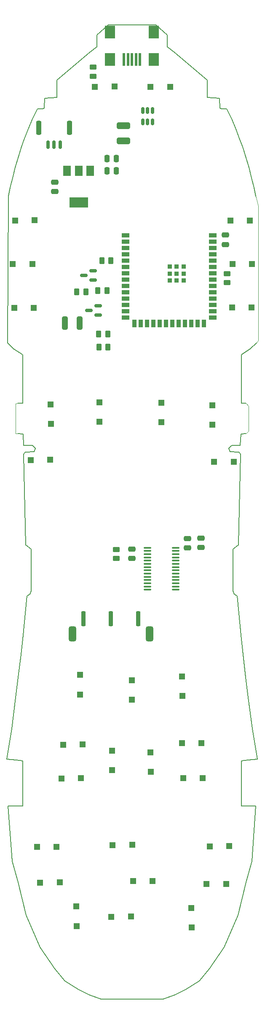
<source format=gbr>
%TF.GenerationSoftware,KiCad,Pcbnew,7.0.2*%
%TF.CreationDate,2024-05-06T14:06:20-04:00*%
%TF.ProjectId,800+,3830302b-2e6b-4696-9361-645f70636258,rev?*%
%TF.SameCoordinates,Original*%
%TF.FileFunction,Paste,Bot*%
%TF.FilePolarity,Positive*%
%FSLAX46Y46*%
G04 Gerber Fmt 4.6, Leading zero omitted, Abs format (unit mm)*
G04 Created by KiCad (PCBNEW 7.0.2) date 2024-05-06 14:06:20*
%MOMM*%
%LPD*%
G01*
G04 APERTURE LIST*
G04 Aperture macros list*
%AMRoundRect*
0 Rectangle with rounded corners*
0 $1 Rounding radius*
0 $2 $3 $4 $5 $6 $7 $8 $9 X,Y pos of 4 corners*
0 Add a 4 corners polygon primitive as box body*
4,1,4,$2,$3,$4,$5,$6,$7,$8,$9,$2,$3,0*
0 Add four circle primitives for the rounded corners*
1,1,$1+$1,$2,$3*
1,1,$1+$1,$4,$5*
1,1,$1+$1,$6,$7*
1,1,$1+$1,$8,$9*
0 Add four rect primitives between the rounded corners*
20,1,$1+$1,$2,$3,$4,$5,0*
20,1,$1+$1,$4,$5,$6,$7,0*
20,1,$1+$1,$6,$7,$8,$9,0*
20,1,$1+$1,$8,$9,$2,$3,0*%
G04 Aperture macros list end*
%ADD10RoundRect,0.250000X-0.450000X0.262500X-0.450000X-0.262500X0.450000X-0.262500X0.450000X0.262500X0*%
%ADD11R,1.500000X0.900000*%
%ADD12R,0.900000X1.500000*%
%ADD13R,0.900000X0.900000*%
%ADD14R,1.250000X1.225000*%
%ADD15R,1.225000X1.250000*%
%ADD16RoundRect,0.250000X0.250000X0.475000X-0.250000X0.475000X-0.250000X-0.475000X0.250000X-0.475000X0*%
%ADD17RoundRect,0.250000X0.475000X-0.250000X0.475000X0.250000X-0.475000X0.250000X-0.475000X-0.250000X0*%
%ADD18RoundRect,0.250000X-0.475000X0.250000X-0.475000X-0.250000X0.475000X-0.250000X0.475000X0.250000X0*%
%ADD19RoundRect,0.250000X-0.262500X-0.450000X0.262500X-0.450000X0.262500X0.450000X-0.262500X0.450000X0*%
%ADD20RoundRect,0.150000X-0.150000X0.512500X-0.150000X-0.512500X0.150000X-0.512500X0.150000X0.512500X0*%
%ADD21RoundRect,0.250000X-0.250000X-0.475000X0.250000X-0.475000X0.250000X0.475000X-0.250000X0.475000X0*%
%ADD22RoundRect,0.150000X0.150000X0.700000X-0.150000X0.700000X-0.150000X-0.700000X0.150000X-0.700000X0*%
%ADD23RoundRect,0.250000X0.250000X1.150000X-0.250000X1.150000X-0.250000X-1.150000X0.250000X-1.150000X0*%
%ADD24RoundRect,0.250000X0.312500X1.075000X-0.312500X1.075000X-0.312500X-1.075000X0.312500X-1.075000X0*%
%ADD25RoundRect,0.100000X0.637500X0.100000X-0.637500X0.100000X-0.637500X-0.100000X0.637500X-0.100000X0*%
%ADD26RoundRect,0.150000X0.587500X0.150000X-0.587500X0.150000X-0.587500X-0.150000X0.587500X-0.150000X0*%
%ADD27RoundRect,0.250000X0.262500X0.450000X-0.262500X0.450000X-0.262500X-0.450000X0.262500X-0.450000X0*%
%ADD28RoundRect,0.250000X1.075000X-0.400000X1.075000X0.400000X-1.075000X0.400000X-1.075000X-0.400000X0*%
%ADD29R,0.500000X2.500000*%
%ADD30R,2.000000X2.500000*%
%ADD31R,1.500000X2.000000*%
%ADD32R,3.800000X2.000000*%
%ADD33RoundRect,0.375000X0.375000X1.125000X-0.375000X1.125000X-0.375000X-1.125000X0.375000X-1.125000X0*%
%ADD34RoundRect,0.225000X0.225000X1.275000X-0.225000X1.275000X-0.225000X-1.275000X0.225000X-1.275000X0*%
%TA.AperFunction,Profile*%
%ADD35C,0.200000*%
%TD*%
%TA.AperFunction,Profile*%
%ADD36C,0.100000*%
%TD*%
G04 APERTURE END LIST*
D10*
%TO.C,R9*%
X120760000Y-87877500D03*
X120760000Y-89702500D03*
%TD*%
D11*
%TO.C,U2*%
X117850000Y-80180000D03*
X117850000Y-81450000D03*
X117850000Y-82720000D03*
X117850000Y-83990000D03*
X117850000Y-85260000D03*
X117850000Y-86530000D03*
X117850000Y-87800000D03*
X117850000Y-89070000D03*
X117850000Y-90340000D03*
X117850000Y-91610000D03*
X117850000Y-92880000D03*
X117850000Y-94150000D03*
X117850000Y-95420000D03*
X117850000Y-96690000D03*
D12*
X116085000Y-97940000D03*
X114815000Y-97940000D03*
X113545000Y-97940000D03*
X112275000Y-97940000D03*
X111005000Y-97940000D03*
X109735000Y-97940000D03*
X108465000Y-97940000D03*
X107195000Y-97940000D03*
X105925000Y-97940000D03*
X104655000Y-97940000D03*
X103385000Y-97940000D03*
X102115000Y-97940000D03*
D11*
X100350000Y-96690000D03*
X100350000Y-95420000D03*
X100350000Y-94150000D03*
X100350000Y-92880000D03*
X100350000Y-91610000D03*
X100350000Y-90340000D03*
X100350000Y-89070000D03*
X100350000Y-87800000D03*
X100350000Y-86530000D03*
X100350000Y-85260000D03*
X100350000Y-83990000D03*
X100350000Y-82720000D03*
X100350000Y-81450000D03*
X100350000Y-80180000D03*
D13*
X112000000Y-89300000D03*
X112000000Y-89300000D03*
X112000000Y-87900000D03*
X112000000Y-86500000D03*
X110600000Y-89300000D03*
X110600000Y-87900000D03*
X110600000Y-86500000D03*
X110600000Y-86500000D03*
X109200000Y-89300000D03*
X109200000Y-87900000D03*
X109200000Y-86500000D03*
%TD*%
D14*
%TO.C,D32*%
X97580000Y-183637500D03*
X97605000Y-187562500D03*
%TD*%
%TO.C,D31*%
X95070000Y-113707500D03*
X95095000Y-117632500D03*
%TD*%
D15*
%TO.C,D30*%
X101642500Y-202590000D03*
X97717500Y-202615000D03*
%TD*%
%TO.C,D29*%
X91702500Y-182430000D03*
X87777500Y-182455000D03*
%TD*%
D14*
%TO.C,D28*%
X101570000Y-169517500D03*
X101595000Y-173442500D03*
%TD*%
%TO.C,D27*%
X111700000Y-168737500D03*
X111725000Y-172662500D03*
%TD*%
%TO.C,D26*%
X91140000Y-168467500D03*
X91165000Y-172392500D03*
%TD*%
%TO.C,D25*%
X117730000Y-114337500D03*
X117755000Y-118262500D03*
%TD*%
D15*
%TO.C,D24*%
X125622500Y-94650000D03*
X121697500Y-94675000D03*
%TD*%
%TO.C,D23*%
X81872500Y-94740000D03*
X77947500Y-94765000D03*
%TD*%
%TO.C,D22*%
X109262500Y-50400000D03*
X105337500Y-50425000D03*
%TD*%
%TO.C,D21*%
X115802500Y-189170000D03*
X111877500Y-189195000D03*
%TD*%
%TO.C,D20*%
X115572500Y-182120000D03*
X111647500Y-182145000D03*
%TD*%
%TO.C,D19*%
X125302500Y-77220000D03*
X121377500Y-77245000D03*
%TD*%
%TO.C,D18*%
X91382500Y-189190000D03*
X87457500Y-189215000D03*
%TD*%
D14*
%TO.C,D17*%
X107500000Y-113797500D03*
X107525000Y-117722500D03*
%TD*%
%TO.C,D16*%
X85275000Y-114162500D03*
X85300000Y-118087500D03*
%TD*%
D15*
%TO.C,D15*%
X98102500Y-50360000D03*
X94177500Y-50385000D03*
%TD*%
%TO.C,D14*%
X81582500Y-85950000D03*
X77657500Y-85975000D03*
%TD*%
%TO.C,D13*%
X122052500Y-125664000D03*
X118127500Y-125689000D03*
%TD*%
%TO.C,D12*%
X125722500Y-85970000D03*
X121797500Y-85995000D03*
%TD*%
D14*
%TO.C,D11*%
X105350000Y-183987500D03*
X105375000Y-187912500D03*
%TD*%
D15*
%TO.C,D10*%
X82062500Y-77190000D03*
X78137500Y-77215000D03*
%TD*%
%TO.C,D9*%
X85162500Y-125274000D03*
X81237500Y-125299000D03*
%TD*%
%TO.C,D8*%
X120522500Y-210400000D03*
X116597500Y-210425000D03*
%TD*%
%TO.C,D7*%
X86432500Y-202980000D03*
X82507500Y-203005000D03*
%TD*%
%TO.C,D6*%
X87082500Y-210120000D03*
X83157500Y-210145000D03*
%TD*%
%TO.C,D5*%
X121152500Y-202830000D03*
X117227500Y-202855000D03*
%TD*%
%TO.C,D4*%
X105772500Y-209840000D03*
X101847500Y-209865000D03*
%TD*%
D14*
%TO.C,D3*%
X113550000Y-215207500D03*
X113575000Y-219132500D03*
%TD*%
D15*
%TO.C,D2*%
X101402500Y-216960000D03*
X97477500Y-216985000D03*
%TD*%
D14*
%TO.C,D1*%
X90430000Y-214947500D03*
X90455000Y-218872500D03*
%TD*%
D16*
%TO.C,C1*%
X98490000Y-67280000D03*
X96590000Y-67280000D03*
%TD*%
D17*
%TO.C,C4*%
X112780000Y-142980000D03*
X112780000Y-141080000D03*
%TD*%
D18*
%TO.C,C6*%
X86130000Y-69540000D03*
X86130000Y-71440000D03*
%TD*%
D17*
%TO.C,C3*%
X115460000Y-142900000D03*
X115460000Y-141000000D03*
%TD*%
D19*
%TO.C,R3*%
X90507500Y-91570000D03*
X92332500Y-91570000D03*
%TD*%
D20*
%TO.C,U3*%
X103800000Y-55162500D03*
X104750000Y-55162500D03*
X105700000Y-55162500D03*
X105700000Y-57437500D03*
X104750000Y-57437500D03*
X103800000Y-57437500D03*
%TD*%
D19*
%TO.C,R1*%
X94727500Y-91310000D03*
X96552500Y-91310000D03*
%TD*%
D21*
%TO.C,C5*%
X96550000Y-64790000D03*
X98450000Y-64790000D03*
%TD*%
D22*
%TO.C,J4*%
X87210000Y-61960000D03*
X85960000Y-61960000D03*
X84710000Y-61960000D03*
D23*
X89060000Y-58610000D03*
X82860000Y-58610000D03*
%TD*%
D18*
%TO.C,C7*%
X120410000Y-80140000D03*
X120410000Y-82040000D03*
%TD*%
D24*
%TO.C,R6*%
X91085000Y-97820000D03*
X88160000Y-97820000D03*
%TD*%
D10*
%TO.C,R7*%
X93780000Y-46435000D03*
X93780000Y-48260000D03*
%TD*%
D25*
%TO.C,U1*%
X110422500Y-142905000D03*
X110422500Y-143555000D03*
X110422500Y-144205000D03*
X110422500Y-144855000D03*
X110422500Y-145505000D03*
X110422500Y-146155000D03*
X110422500Y-146805000D03*
X110422500Y-147455000D03*
X110422500Y-148105000D03*
X110422500Y-148755000D03*
X110422500Y-149405000D03*
X110422500Y-150055000D03*
X110422500Y-150705000D03*
X110422500Y-151355000D03*
X104697500Y-151355000D03*
X104697500Y-150705000D03*
X104697500Y-150055000D03*
X104697500Y-149405000D03*
X104697500Y-148755000D03*
X104697500Y-148105000D03*
X104697500Y-147455000D03*
X104697500Y-146805000D03*
X104697500Y-146155000D03*
X104697500Y-145505000D03*
X104697500Y-144855000D03*
X104697500Y-144205000D03*
X104697500Y-143555000D03*
X104697500Y-142905000D03*
%TD*%
D10*
%TO.C,R4*%
X98490000Y-143257500D03*
X98490000Y-145082500D03*
%TD*%
D26*
%TO.C,Q2*%
X94847500Y-94310000D03*
X94847500Y-96210000D03*
X92972500Y-95260000D03*
%TD*%
D27*
%TO.C,R8*%
X96792500Y-102620000D03*
X94967500Y-102620000D03*
%TD*%
D28*
%TO.C,F1*%
X99880000Y-61250000D03*
X99880000Y-58150000D03*
%TD*%
D27*
%TO.C,R5*%
X96757500Y-100025000D03*
X94932500Y-100025000D03*
%TD*%
D29*
%TO.C,J2*%
X100010000Y-44900000D03*
X100810000Y-44900000D03*
X101610000Y-44900000D03*
X102410000Y-44900000D03*
X103210000Y-44900000D03*
D30*
X97210000Y-39400000D03*
X97210000Y-44900000D03*
X106010000Y-39400000D03*
X106010000Y-44900000D03*
%TD*%
D17*
%TO.C,C2*%
X101600000Y-145090000D03*
X101600000Y-143190000D03*
%TD*%
D26*
%TO.C,Q1*%
X93780000Y-87310000D03*
X93780000Y-89210000D03*
X91905000Y-88260000D03*
%TD*%
D31*
%TO.C,U4*%
X88590000Y-67280000D03*
X90890000Y-67280000D03*
X93190000Y-67280000D03*
D32*
X90890000Y-73580000D03*
%TD*%
D27*
%TO.C,R2*%
X97360000Y-85260000D03*
X95535000Y-85260000D03*
%TD*%
D33*
%TO.C,J5*%
X105140000Y-160200000D03*
X89640000Y-160200000D03*
D34*
X102890000Y-157200000D03*
X97390000Y-157200000D03*
X91890000Y-157200000D03*
%TD*%
D35*
X124957787Y-185550035D02*
X123587431Y-185661847D01*
X88100000Y-229900000D02*
X90846015Y-231585032D01*
X126614331Y-101764031D02*
X125394275Y-102951174D01*
X122982904Y-142392064D02*
X121880997Y-143156584D01*
X90846015Y-231585032D02*
X93049943Y-232732052D01*
X79790067Y-124119007D02*
X80249492Y-142392086D01*
X81610490Y-122376435D02*
X82195356Y-122930672D01*
X78682146Y-119979309D02*
X79732178Y-120083292D01*
X80181413Y-123706012D02*
X79790067Y-124119007D01*
X116755233Y-52527641D02*
X119191583Y-52658007D01*
X77125916Y-70630799D02*
X76778999Y-72341714D01*
X79645011Y-188761946D02*
X79645014Y-194797097D01*
X126106406Y-70630774D02*
X126453324Y-72341688D01*
X110182546Y-232732043D02*
X107835432Y-233537464D01*
X82195356Y-122930672D02*
X81930711Y-123611619D01*
X79645010Y-185661869D02*
X79645011Y-188761946D01*
X80752433Y-58893891D02*
X79929816Y-61009855D01*
X121621885Y-122376414D02*
X121037020Y-122930652D01*
X126504120Y-194797073D02*
X125714891Y-205892113D01*
X122150389Y-152254660D02*
X122765104Y-152609991D01*
X123442310Y-124118985D02*
X122982904Y-142392064D01*
X122765104Y-152609991D02*
X123053233Y-156057012D01*
X117161677Y-227399643D02*
X115132486Y-229899986D01*
D36*
X127000000Y-74250000D02*
X126453324Y-72341688D01*
D35*
X119286066Y-54613064D02*
X119524628Y-54812781D01*
X81351404Y-151607846D02*
X81082017Y-152254681D01*
X123500195Y-120083270D02*
X123376465Y-122376413D01*
X84040720Y-52658025D02*
X83946239Y-54613082D01*
X125792277Y-179223518D02*
X126777893Y-185401526D01*
X80467302Y-152610013D02*
X80179177Y-156057034D01*
X108677965Y-42361801D02*
X110141254Y-43476010D01*
X123897293Y-164328740D02*
X124480692Y-168914319D01*
X79335126Y-164328763D02*
X78751731Y-168914342D01*
D36*
X78250000Y-120000000D02*
X78682146Y-119979309D01*
D35*
X78751731Y-168914342D02*
X78235340Y-172973265D01*
X93049943Y-232732052D02*
X95397058Y-233537471D01*
X108677963Y-40020535D02*
X108677965Y-42361801D01*
X125394275Y-102951174D02*
X123572997Y-104183283D01*
X107835432Y-233537464D02*
X101616245Y-233537467D01*
X78235340Y-172973265D02*
X77440157Y-179223543D01*
X81082017Y-152254681D02*
X80467302Y-152610013D01*
X124550227Y-119979285D02*
X123500195Y-120083270D01*
X123587431Y-185661847D02*
X123587432Y-188761924D01*
X121037020Y-122930652D02*
X121301666Y-123611599D01*
X77517571Y-205892138D02*
X78693579Y-210081346D01*
X124538887Y-210081323D02*
X122912565Y-216716267D01*
X83106505Y-223161241D02*
X86070807Y-227399659D01*
X123302495Y-61009832D02*
X123867456Y-62463038D01*
X86477070Y-52527656D02*
X84040720Y-52658025D01*
X79645014Y-194797097D02*
X76728330Y-194797099D01*
X79732339Y-160436057D02*
X79335126Y-164328763D01*
X121880997Y-143156584D02*
X121881002Y-151607825D01*
X78103818Y-66581731D02*
X77677520Y-68346849D01*
X106378765Y-37975933D02*
X101616144Y-37975936D01*
X96853523Y-37975938D02*
X94554327Y-40020543D01*
X79855910Y-122376436D02*
X81610490Y-122376435D01*
X80319908Y-216716289D02*
X83106505Y-223161241D01*
X79732178Y-120083292D02*
X79855910Y-122376436D01*
X82595561Y-54816856D02*
X81566130Y-56800873D01*
X79929816Y-61009855D02*
X79364858Y-62463061D01*
X79659359Y-104183305D02*
X79659364Y-113904283D01*
X78821700Y-64357063D02*
X78103818Y-66581731D01*
X83946239Y-54613082D02*
X83707678Y-54812800D01*
X94554328Y-42361808D02*
X93091039Y-43476018D01*
X76454547Y-185401552D02*
X78274654Y-185550059D01*
X94554327Y-40020543D02*
X94554328Y-42361808D01*
D36*
X127000000Y-101250000D02*
X127000000Y-74250000D01*
X78250000Y-114000000D02*
X78250000Y-120000000D01*
D35*
X81930711Y-123611619D02*
X80181413Y-123706012D01*
X125714891Y-205892113D02*
X124538887Y-210081323D01*
X96853523Y-37975938D02*
X101616144Y-37975936D01*
X126777893Y-185401526D02*
X124957787Y-185550035D01*
D36*
X124550224Y-113904260D02*
X125000000Y-114500000D01*
D35*
X76728330Y-194797099D02*
X77517571Y-205892138D01*
X115132486Y-229899986D02*
X112386473Y-231585020D01*
X123867456Y-62463038D02*
X124410615Y-64357040D01*
D36*
X78682143Y-113904284D02*
X78250000Y-114000000D01*
D35*
X119191583Y-52658007D02*
X119286066Y-54613064D01*
X76778999Y-72341714D02*
X76618023Y-101764057D01*
X81566130Y-56800873D02*
X80752433Y-58893891D01*
X86477068Y-49013081D02*
X86477070Y-52527656D01*
X80179177Y-156057034D02*
X79732339Y-160436057D01*
X79659364Y-113904283D02*
X78682143Y-113904284D01*
X120636745Y-54816837D02*
X121666177Y-56800853D01*
X124997087Y-172973241D02*
X125792277Y-179223518D01*
D36*
X125000000Y-119500000D02*
X124550227Y-119979285D01*
D35*
X125128499Y-66581706D02*
X125554800Y-68346824D01*
X123587436Y-194797074D02*
X126504120Y-194797073D01*
X78693579Y-210081346D02*
X80319908Y-216716289D01*
X80249492Y-142392086D02*
X81351399Y-143156605D01*
X123050963Y-123705990D02*
X123442310Y-124118985D01*
X121881002Y-151607825D02*
X122150389Y-152254660D01*
X77838080Y-102951198D02*
X79659359Y-104183305D01*
X123376465Y-122376413D02*
X121621885Y-122376414D01*
X123572997Y-104183283D02*
X123573002Y-113904260D01*
X116755231Y-49013065D02*
X116755233Y-52527641D01*
X119524628Y-54812781D02*
X120636745Y-54816837D01*
X125554800Y-68346824D02*
X126106406Y-70630774D01*
X86070807Y-227399659D02*
X88100000Y-229900000D01*
X121666177Y-56800853D02*
X122479876Y-58893870D01*
D36*
X125000000Y-114500000D02*
X125000000Y-119500000D01*
D35*
X93091039Y-43476018D02*
X86477068Y-49013081D01*
X112386473Y-231585020D02*
X110182546Y-232732043D01*
X120125975Y-223161222D02*
X117161677Y-227399643D01*
X106378765Y-37975933D02*
X108677963Y-40020535D01*
X123573002Y-113904260D02*
X124550224Y-113904260D01*
X121301666Y-123611599D02*
X123050963Y-123705990D01*
X79364858Y-62463061D02*
X78821700Y-64357063D01*
X78274654Y-185550059D02*
X79645010Y-185661869D01*
X83707678Y-54812800D02*
X82595561Y-54816856D01*
X77677520Y-68346849D02*
X77125916Y-70630799D01*
X124410615Y-64357040D02*
X125128499Y-66581706D01*
X123053233Y-156057012D02*
X123500075Y-160436035D01*
X124480692Y-168914319D02*
X124997087Y-172973241D01*
X122479876Y-58893870D02*
X123302495Y-61009832D01*
X110141254Y-43476010D02*
X116755231Y-49013065D01*
D36*
X126614331Y-101764031D02*
X127000000Y-101250000D01*
D35*
X76618023Y-101764057D02*
X77838080Y-102951198D01*
X81351399Y-143156605D02*
X81351404Y-151607846D01*
X95397058Y-233537471D02*
X101616245Y-233537467D01*
X123587432Y-188761924D02*
X123587436Y-194797074D01*
X123500075Y-160436035D02*
X123897293Y-164328740D01*
X77440157Y-179223543D02*
X76454547Y-185401552D01*
X122912565Y-216716267D02*
X120125975Y-223161222D01*
M02*

</source>
